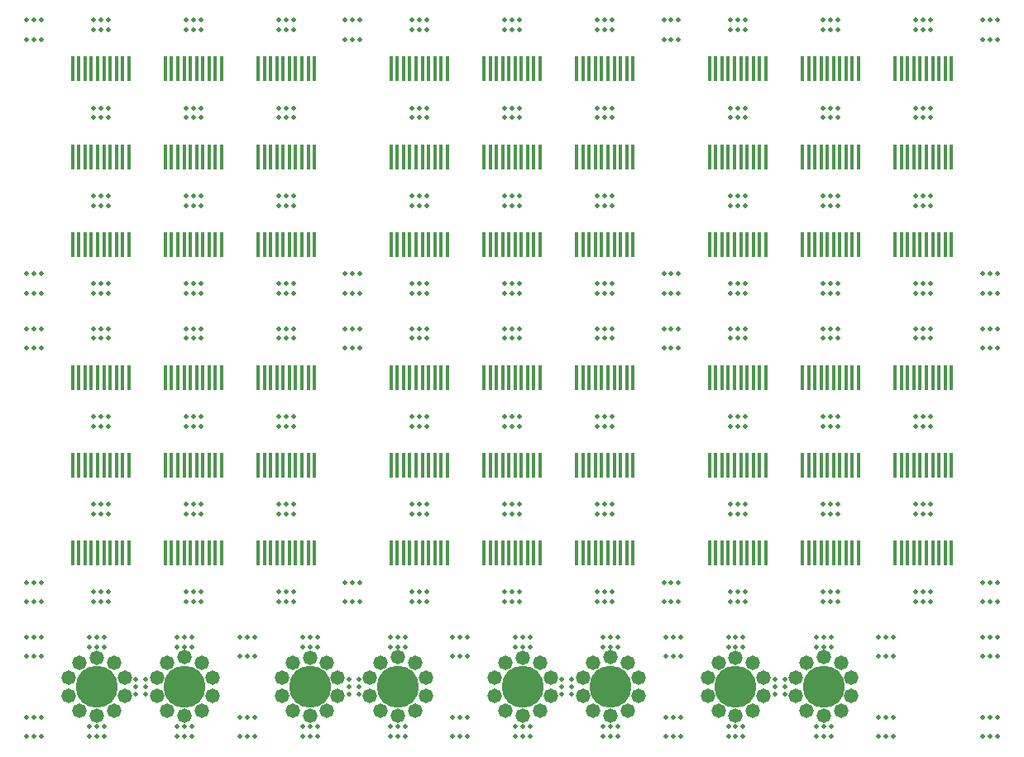
<source format=gbs>
G04 #@! TF.GenerationSoftware,KiCad,Pcbnew,7.0.11*
G04 #@! TF.CreationDate,2024-05-30T18:22:35+10:00*
G04 #@! TF.ProjectId,PercPlugPanel_v1.02,50657263-506c-4756-9750-616e656c5f76,rev?*
G04 #@! TF.SameCoordinates,Original*
G04 #@! TF.FileFunction,Soldermask,Bot*
G04 #@! TF.FilePolarity,Negative*
%FSLAX46Y46*%
G04 Gerber Fmt 4.6, Leading zero omitted, Abs format (unit mm)*
G04 Created by KiCad (PCBNEW 7.0.11) date 2024-05-30 18:22:35*
%MOMM*%
%LPD*%
G01*
G04 APERTURE LIST*
%ADD10C,4.303200*%
%ADD11C,1.473200*%
%ADD12C,0.500000*%
%ADD13R,0.406400X2.540000*%
G04 APERTURE END LIST*
D10*
X134002058Y-119295247D03*
X125004521Y-119299997D03*
X112202058Y-119295247D03*
X103204521Y-119299997D03*
X90402058Y-119295247D03*
X81404521Y-119299997D03*
D11*
X87548890Y-120222297D03*
X88638705Y-121722297D03*
X90402058Y-122295247D03*
X92165411Y-121722297D03*
X93255226Y-120222297D03*
X93255226Y-118368197D03*
X92165411Y-116868197D03*
X90402058Y-116295247D03*
X88638705Y-116868197D03*
X87548890Y-118368197D03*
D10*
X68602058Y-119295247D03*
D11*
X62457689Y-118372947D03*
X61367874Y-116872947D03*
X59604521Y-116299997D03*
X57841168Y-116872947D03*
X56751353Y-118372947D03*
X56751353Y-120227047D03*
X57841168Y-121727047D03*
X59604521Y-122299997D03*
X61367874Y-121727047D03*
X62457689Y-120227047D03*
D10*
X59604521Y-119299997D03*
D12*
X78239999Y-101600000D03*
X78239999Y-100600000D03*
X79759999Y-101600000D03*
X78999999Y-100600000D03*
X78999999Y-101600000D03*
X79759999Y-100600000D03*
X102099999Y-110600000D03*
X102859999Y-109600000D03*
X102099999Y-109600000D03*
X101339999Y-109600000D03*
X101339999Y-110600000D03*
X102859999Y-110600000D03*
X125200000Y-109600000D03*
X125960000Y-109600000D03*
X125200000Y-110600000D03*
X124440000Y-110600000D03*
X124440000Y-109600000D03*
X125960000Y-110600000D03*
X68602053Y-123395244D03*
X69362053Y-124395244D03*
X67842053Y-124395244D03*
X68602053Y-124395244D03*
X69362053Y-123395244D03*
X67842053Y-123395244D03*
X96040000Y-124400000D03*
X96040000Y-122400000D03*
X97560000Y-124400000D03*
X96800000Y-124400000D03*
X97560000Y-122400000D03*
X96800000Y-122400000D03*
X112359999Y-61000000D03*
X112359999Y-60000000D03*
X110839999Y-61000000D03*
X111599999Y-60000000D03*
X110839999Y-60000000D03*
X111599999Y-61000000D03*
X69499999Y-52000000D03*
X70259999Y-51000000D03*
X68739999Y-52000000D03*
X68739999Y-51000000D03*
X69499999Y-51000000D03*
X70259999Y-52000000D03*
X90402053Y-114195244D03*
X91162053Y-115195244D03*
X90402053Y-115195244D03*
X91162053Y-114195244D03*
X89642053Y-114195244D03*
X89642053Y-115195244D03*
X59240000Y-83600000D03*
X60760000Y-82600000D03*
X60000000Y-83600000D03*
X60000000Y-82600000D03*
X60760000Y-83600000D03*
X59240000Y-82600000D03*
X78999999Y-109600000D03*
X78239999Y-110600000D03*
X79759999Y-109600000D03*
X78239999Y-109600000D03*
X79759999Y-110600000D03*
X78999999Y-110600000D03*
X68739999Y-60000000D03*
X70259999Y-60000000D03*
X68739999Y-61000000D03*
X69499999Y-60000000D03*
X69499999Y-61000000D03*
X70259999Y-61000000D03*
X75760000Y-114200000D03*
X75000000Y-116200000D03*
X74240000Y-114200000D03*
X75760000Y-116200000D03*
X74240000Y-116200000D03*
X75000000Y-114200000D03*
X133939999Y-92600000D03*
X134699999Y-92600000D03*
X134699999Y-91600000D03*
X135459999Y-91600000D03*
X133939999Y-91600000D03*
X135459999Y-92600000D03*
X144199999Y-70000000D03*
X144959999Y-70000000D03*
X143439999Y-69000000D03*
X143439999Y-70000000D03*
X144199999Y-69000000D03*
X144959999Y-69000000D03*
X125200000Y-100600000D03*
X124440000Y-101600000D03*
X125200000Y-101600000D03*
X125960000Y-101600000D03*
X125960000Y-100600000D03*
X124440000Y-100600000D03*
X85404526Y-118540000D03*
X86404526Y-118540000D03*
X85404526Y-120060000D03*
X86404526Y-120060000D03*
X86404526Y-119300000D03*
X85404526Y-119300000D03*
X110839999Y-70000000D03*
X112359999Y-70000000D03*
X111599999Y-69000000D03*
X111599999Y-70000000D03*
X112359999Y-69000000D03*
X110839999Y-69000000D03*
X144199999Y-92600000D03*
X144199999Y-91600000D03*
X143439999Y-91600000D03*
X144959999Y-92600000D03*
X143439999Y-92600000D03*
X144959999Y-91600000D03*
X133939999Y-79000000D03*
X133939999Y-78000000D03*
X135459999Y-79000000D03*
X135459999Y-78000000D03*
X134699999Y-79000000D03*
X134699999Y-78000000D03*
X79759999Y-60000000D03*
X79759999Y-61000000D03*
X78239999Y-60000000D03*
X78999999Y-60000000D03*
X78239999Y-61000000D03*
X78999999Y-61000000D03*
X70259999Y-92600000D03*
X69499999Y-91600000D03*
X68739999Y-92600000D03*
X70259999Y-91600000D03*
X69499999Y-92600000D03*
X68739999Y-91600000D03*
D11*
X127857689Y-118372947D03*
X126767874Y-116872947D03*
X125004521Y-116299997D03*
X123241168Y-116872947D03*
X122151353Y-118372947D03*
X122151353Y-120227047D03*
X123241168Y-121727047D03*
X125004521Y-122299997D03*
X126767874Y-121727047D03*
X127857689Y-120227047D03*
D12*
X144199999Y-52000000D03*
X143439999Y-51000000D03*
X144959999Y-51000000D03*
X143439999Y-52000000D03*
X144199999Y-51000000D03*
X144959999Y-52000000D03*
X60000000Y-92600000D03*
X60760000Y-91600000D03*
X59240000Y-92600000D03*
X60000000Y-91600000D03*
X60760000Y-92600000D03*
X59240000Y-91600000D03*
X103964526Y-115200000D03*
X102444526Y-115200000D03*
X103964526Y-114200000D03*
X103204526Y-114200000D03*
X102444526Y-114200000D03*
X103204526Y-115200000D03*
X135459999Y-101600000D03*
X133939999Y-101600000D03*
X134699999Y-100600000D03*
X135459999Y-100600000D03*
X133939999Y-100600000D03*
X134699999Y-101600000D03*
X91840000Y-79000000D03*
X92600000Y-79000000D03*
X93360000Y-79000000D03*
X93360000Y-78000000D03*
X91840000Y-78000000D03*
X92600000Y-78000000D03*
X78999999Y-91600000D03*
X79759999Y-92600000D03*
X79759999Y-91600000D03*
X78999999Y-92600000D03*
X78239999Y-91600000D03*
X78239999Y-92600000D03*
X70259999Y-101600000D03*
X69499999Y-100600000D03*
X68739999Y-101600000D03*
X70259999Y-100600000D03*
X69499999Y-101600000D03*
X68739999Y-100600000D03*
D11*
X106057689Y-118372947D03*
X104967874Y-116872947D03*
X103204521Y-116299997D03*
X101441168Y-116872947D03*
X100351353Y-118372947D03*
X100351353Y-120227047D03*
X101441168Y-121727047D03*
X103204521Y-122299997D03*
X104967874Y-121727047D03*
X106057689Y-120227047D03*
D12*
X102859999Y-79000000D03*
X101339999Y-78000000D03*
X101339999Y-79000000D03*
X102859999Y-78000000D03*
X102099999Y-78000000D03*
X102099999Y-79000000D03*
X69499999Y-69000000D03*
X70259999Y-70000000D03*
X68739999Y-69000000D03*
X68739999Y-70000000D03*
X70259999Y-69000000D03*
X69499999Y-70000000D03*
X111599999Y-83600000D03*
X111599999Y-82600000D03*
X110839999Y-83600000D03*
X112359999Y-83600000D03*
X110839999Y-82600000D03*
X112359999Y-82600000D03*
X112359999Y-92600000D03*
X112359999Y-91600000D03*
X111599999Y-91600000D03*
X110839999Y-91600000D03*
X110839999Y-92600000D03*
X111599999Y-92600000D03*
X91840000Y-60000000D03*
X93360000Y-60000000D03*
X92600000Y-60000000D03*
X93360000Y-61000000D03*
X92600000Y-61000000D03*
X91840000Y-61000000D03*
X93360000Y-100600000D03*
X92600000Y-101600000D03*
X93360000Y-101600000D03*
X92600000Y-100600000D03*
X91840000Y-101600000D03*
X91840000Y-100600000D03*
X144199999Y-82600000D03*
X143439999Y-82600000D03*
X143439999Y-83600000D03*
X144959999Y-82600000D03*
X144959999Y-83600000D03*
X144199999Y-83600000D03*
X60364526Y-123400000D03*
X58844526Y-123400000D03*
X60364526Y-124400000D03*
X59604526Y-123400000D03*
X59604526Y-124400000D03*
X58844526Y-124400000D03*
X117640000Y-53000000D03*
X118400000Y-53000000D03*
X118400000Y-51000000D03*
X117640000Y-51000000D03*
X119160000Y-53000000D03*
X119160000Y-51000000D03*
X125960000Y-91600000D03*
X124440000Y-92600000D03*
X125960000Y-92600000D03*
X125200000Y-91600000D03*
X125200000Y-92600000D03*
X124440000Y-91600000D03*
X119360000Y-114200000D03*
X119360000Y-116200000D03*
X117840000Y-114200000D03*
X117840000Y-116200000D03*
X118600000Y-116200000D03*
X118600000Y-114200000D03*
D11*
X131148890Y-120222297D03*
X132238705Y-121722297D03*
X134002058Y-122295247D03*
X135765411Y-121722297D03*
X136855226Y-120222297D03*
X136855226Y-118368197D03*
X135765411Y-116868197D03*
X134002058Y-116295247D03*
X132238705Y-116868197D03*
X131148890Y-118368197D03*
D12*
X69362053Y-115195244D03*
X68602053Y-114195244D03*
X69362053Y-114195244D03*
X68602053Y-115195244D03*
X67842053Y-115195244D03*
X67842053Y-114195244D03*
X60760000Y-101600000D03*
X59240000Y-100600000D03*
X60000000Y-101600000D03*
X60000000Y-100600000D03*
X60760000Y-100600000D03*
X59240000Y-101600000D03*
X78239999Y-78000000D03*
X78999999Y-78000000D03*
X79759999Y-79000000D03*
X78239999Y-79000000D03*
X79759999Y-78000000D03*
X78999999Y-79000000D03*
X59240000Y-70000000D03*
X60760000Y-69000000D03*
X60000000Y-70000000D03*
X59240000Y-69000000D03*
X60000000Y-69000000D03*
X60760000Y-70000000D03*
X78999999Y-70000000D03*
X79759999Y-70000000D03*
X79759999Y-69000000D03*
X78999999Y-69000000D03*
X78239999Y-70000000D03*
X78239999Y-69000000D03*
X125200000Y-61000000D03*
X125960000Y-61000000D03*
X124440000Y-61000000D03*
X125200000Y-60000000D03*
X125960000Y-60000000D03*
X124440000Y-60000000D03*
X124244526Y-114200000D03*
X125764526Y-114200000D03*
X125764526Y-115200000D03*
X125004526Y-114200000D03*
X124244526Y-115200000D03*
X125004526Y-115200000D03*
X52440000Y-82600000D03*
X52440000Y-84600000D03*
X53960000Y-82600000D03*
X53200000Y-84600000D03*
X53200000Y-82600000D03*
X53960000Y-84600000D03*
X150240000Y-53000000D03*
X151760000Y-53000000D03*
X150240000Y-51000000D03*
X151000000Y-51000000D03*
X151000000Y-53000000D03*
X151760000Y-51000000D03*
X133939999Y-69000000D03*
X134699999Y-69000000D03*
X134699999Y-70000000D03*
X135459999Y-69000000D03*
X135459999Y-70000000D03*
X133939999Y-70000000D03*
X102859999Y-83600000D03*
X102099999Y-82600000D03*
X102099999Y-83600000D03*
X101339999Y-82600000D03*
X102859999Y-82600000D03*
X101339999Y-83600000D03*
X64604526Y-120060000D03*
X63604526Y-120060000D03*
X64604526Y-119300000D03*
X64604526Y-118540000D03*
X63604526Y-118540000D03*
X63604526Y-119300000D03*
D11*
X84257689Y-118372947D03*
X83167874Y-116872947D03*
X81404521Y-116299997D03*
X79641168Y-116872947D03*
X78551353Y-118372947D03*
X78551353Y-120227047D03*
X79641168Y-121727047D03*
X81404521Y-122299997D03*
X83167874Y-121727047D03*
X84257689Y-120227047D03*
D12*
X133939999Y-83600000D03*
X135459999Y-82600000D03*
X135459999Y-83600000D03*
X134699999Y-82600000D03*
X134699999Y-83600000D03*
X133939999Y-82600000D03*
X53960000Y-79000000D03*
X53200000Y-79000000D03*
X53960000Y-77000000D03*
X52440000Y-79000000D03*
X52440000Y-77000000D03*
X53200000Y-77000000D03*
X112359999Y-51000000D03*
X110839999Y-51000000D03*
X112359999Y-52000000D03*
X110839999Y-52000000D03*
X111599999Y-52000000D03*
X111599999Y-51000000D03*
X93360000Y-69000000D03*
X91840000Y-70000000D03*
X92600000Y-69000000D03*
X91840000Y-69000000D03*
X93360000Y-70000000D03*
X92600000Y-70000000D03*
X68739999Y-109600000D03*
X70259999Y-109600000D03*
X70259999Y-110600000D03*
X69499999Y-109600000D03*
X69499999Y-110600000D03*
X68739999Y-110600000D03*
X60000000Y-78000000D03*
X60760000Y-78000000D03*
X59240000Y-79000000D03*
X60000000Y-79000000D03*
X59240000Y-78000000D03*
X60760000Y-79000000D03*
X110839999Y-110600000D03*
X111599999Y-109600000D03*
X111599999Y-110600000D03*
X112359999Y-109600000D03*
X112359999Y-110600000D03*
X110839999Y-109600000D03*
X112202053Y-124395244D03*
X112962053Y-123395244D03*
X112962053Y-124395244D03*
X112202053Y-123395244D03*
X111442053Y-123395244D03*
X111442053Y-124395244D03*
X69499999Y-79000000D03*
X70259999Y-78000000D03*
X68739999Y-79000000D03*
X70259999Y-79000000D03*
X68739999Y-78000000D03*
X69499999Y-78000000D03*
X135459999Y-110600000D03*
X134699999Y-110600000D03*
X134699999Y-109600000D03*
X133939999Y-110600000D03*
X135459999Y-109600000D03*
X133939999Y-109600000D03*
X144959999Y-100600000D03*
X144199999Y-100600000D03*
X144199999Y-101600000D03*
X143439999Y-101600000D03*
X144959999Y-101600000D03*
X143439999Y-100600000D03*
X103964526Y-124400000D03*
X102444526Y-124400000D03*
X103204526Y-124400000D03*
X103964526Y-123400000D03*
X103204526Y-123400000D03*
X102444526Y-123400000D03*
X151760000Y-82600000D03*
X151000000Y-84600000D03*
X150240000Y-84600000D03*
X151000000Y-82600000D03*
X151760000Y-84600000D03*
X150240000Y-82600000D03*
X59240000Y-52000000D03*
X60760000Y-51000000D03*
X60760000Y-52000000D03*
X60000000Y-51000000D03*
X60000000Y-52000000D03*
X59240000Y-51000000D03*
X151000000Y-116200000D03*
X151760000Y-114200000D03*
X151000000Y-114200000D03*
X150240000Y-114200000D03*
X151760000Y-116200000D03*
X150240000Y-116200000D03*
X102099999Y-91600000D03*
X102859999Y-92600000D03*
X102859999Y-91600000D03*
X101339999Y-91600000D03*
X101339999Y-92600000D03*
X102099999Y-92600000D03*
X86560000Y-51000000D03*
X85800000Y-51000000D03*
X86560000Y-53000000D03*
X85040000Y-53000000D03*
X85040000Y-51000000D03*
X85800000Y-53000000D03*
X125200000Y-70000000D03*
X124440000Y-69000000D03*
X125200000Y-69000000D03*
X125960000Y-69000000D03*
X125960000Y-70000000D03*
X124440000Y-70000000D03*
X134762053Y-124395244D03*
X133242053Y-124395244D03*
X134002053Y-123395244D03*
X134002053Y-124395244D03*
X133242053Y-123395244D03*
X134762053Y-123395244D03*
X101339999Y-52000000D03*
X102859999Y-52000000D03*
X102859999Y-51000000D03*
X102099999Y-52000000D03*
X102099999Y-51000000D03*
X101339999Y-51000000D03*
X85040000Y-108600000D03*
X86560000Y-108600000D03*
X85800000Y-110600000D03*
X86560000Y-110600000D03*
X85040000Y-110600000D03*
X85800000Y-108600000D03*
X151760000Y-110600000D03*
X150240000Y-110600000D03*
X151760000Y-108600000D03*
X151000000Y-110600000D03*
X150240000Y-108600000D03*
X151000000Y-108600000D03*
X134699999Y-51000000D03*
X135459999Y-51000000D03*
X133939999Y-51000000D03*
X135459999Y-52000000D03*
X133939999Y-52000000D03*
X134699999Y-52000000D03*
X130004526Y-120060000D03*
X130004526Y-118540000D03*
X129004526Y-118540000D03*
X129004526Y-119300000D03*
X130004526Y-119300000D03*
X129004526Y-120060000D03*
X125764526Y-124400000D03*
X125004526Y-123400000D03*
X124244526Y-123400000D03*
X124244526Y-124400000D03*
X125004526Y-124400000D03*
X125764526Y-123400000D03*
X150240000Y-122400000D03*
X151760000Y-124400000D03*
X151000000Y-122400000D03*
X150240000Y-124400000D03*
X151760000Y-122400000D03*
X151000000Y-124400000D03*
X53960000Y-124400000D03*
X53200000Y-124400000D03*
X52440000Y-122400000D03*
X52440000Y-124400000D03*
X53200000Y-122400000D03*
X53960000Y-122400000D03*
X144199999Y-60000000D03*
X143439999Y-61000000D03*
X143439999Y-60000000D03*
X144959999Y-61000000D03*
X144199999Y-61000000D03*
X144959999Y-60000000D03*
X134699999Y-61000000D03*
X135459999Y-60000000D03*
X133939999Y-60000000D03*
X134699999Y-60000000D03*
X133939999Y-61000000D03*
X135459999Y-61000000D03*
X85800000Y-82600000D03*
X85800000Y-84600000D03*
X86560000Y-84600000D03*
X86560000Y-82600000D03*
X85040000Y-84600000D03*
X85040000Y-82600000D03*
X141160000Y-122400000D03*
X141160000Y-124400000D03*
X139640000Y-122400000D03*
X139640000Y-124400000D03*
X140400000Y-122400000D03*
X140400000Y-124400000D03*
X110839999Y-79000000D03*
X110839999Y-78000000D03*
X111599999Y-79000000D03*
X112359999Y-79000000D03*
X112359999Y-78000000D03*
X111599999Y-78000000D03*
X89642053Y-123395244D03*
X90402053Y-124395244D03*
X91162053Y-123395244D03*
X89642053Y-124395244D03*
X91162053Y-124395244D03*
X90402053Y-123395244D03*
X125200000Y-79000000D03*
X125200000Y-78000000D03*
X125960000Y-78000000D03*
X125960000Y-79000000D03*
X124440000Y-79000000D03*
X124440000Y-78000000D03*
X110839999Y-101600000D03*
X110839999Y-100600000D03*
X112359999Y-100600000D03*
X111599999Y-101600000D03*
X112359999Y-101600000D03*
X111599999Y-100600000D03*
X80644526Y-114200000D03*
X80644526Y-115200000D03*
X82164526Y-115200000D03*
X82164526Y-114200000D03*
X81404526Y-114200000D03*
X81404526Y-115200000D03*
X70259999Y-82600000D03*
X68739999Y-82600000D03*
X69499999Y-83600000D03*
X68739999Y-83600000D03*
X70259999Y-83600000D03*
X69499999Y-82600000D03*
X111442053Y-115195244D03*
X112202053Y-115195244D03*
X111442053Y-114195244D03*
X112202053Y-114195244D03*
X112962053Y-115195244D03*
X112962053Y-114195244D03*
X118400000Y-77000000D03*
X117640000Y-79000000D03*
X117640000Y-77000000D03*
X119160000Y-79000000D03*
X118400000Y-79000000D03*
X119160000Y-77000000D03*
X101339999Y-100600000D03*
X102099999Y-101600000D03*
X101339999Y-101600000D03*
X102859999Y-100600000D03*
X102859999Y-101600000D03*
X102099999Y-100600000D03*
X150240000Y-77000000D03*
X151760000Y-77000000D03*
X150240000Y-79000000D03*
X151000000Y-79000000D03*
X151000000Y-77000000D03*
X151760000Y-79000000D03*
X108204526Y-118540000D03*
X107204526Y-119300000D03*
X107204526Y-118540000D03*
X108204526Y-119300000D03*
X108204526Y-120060000D03*
X107204526Y-120060000D03*
X140400000Y-116200000D03*
X139640000Y-114200000D03*
X141160000Y-116200000D03*
X139640000Y-116200000D03*
X141160000Y-114200000D03*
X140400000Y-114200000D03*
X85040000Y-77000000D03*
X86560000Y-77000000D03*
X85800000Y-79000000D03*
X86560000Y-79000000D03*
X85040000Y-79000000D03*
X85800000Y-77000000D03*
D11*
X65748890Y-120222297D03*
X66838705Y-121722297D03*
X68602058Y-122295247D03*
X70365411Y-121722297D03*
X71455226Y-120222297D03*
X71455226Y-118368197D03*
X70365411Y-116868197D03*
X68602058Y-116295247D03*
X66838705Y-116868197D03*
X65748890Y-118368197D03*
D12*
X144959999Y-109600000D03*
X144199999Y-109600000D03*
X143439999Y-110600000D03*
X143439999Y-109600000D03*
X144959999Y-110600000D03*
X144199999Y-110600000D03*
X93360000Y-110600000D03*
X93360000Y-109600000D03*
X92600000Y-109600000D03*
X91840000Y-109600000D03*
X92600000Y-110600000D03*
X91840000Y-110600000D03*
X101339999Y-69000000D03*
X102099999Y-69000000D03*
X102099999Y-70000000D03*
X101339999Y-70000000D03*
X102859999Y-69000000D03*
X102859999Y-70000000D03*
X80644526Y-123400000D03*
X81404526Y-124400000D03*
X80644526Y-124400000D03*
X82164526Y-124400000D03*
X81404526Y-123400000D03*
X82164526Y-123400000D03*
X118400000Y-82600000D03*
X119160000Y-82600000D03*
X119160000Y-84600000D03*
X117640000Y-82600000D03*
X117640000Y-84600000D03*
X118400000Y-84600000D03*
X53200000Y-51000000D03*
X53200000Y-53000000D03*
X53960000Y-53000000D03*
X52440000Y-53000000D03*
X53960000Y-51000000D03*
X52440000Y-51000000D03*
X119360000Y-124400000D03*
X119360000Y-122400000D03*
X118600000Y-124400000D03*
X117840000Y-122400000D03*
X117840000Y-124400000D03*
X118600000Y-122400000D03*
X101339999Y-61000000D03*
X102099999Y-61000000D03*
X102099999Y-60000000D03*
X102859999Y-61000000D03*
X101339999Y-60000000D03*
X102859999Y-60000000D03*
X91840000Y-51000000D03*
X93360000Y-51000000D03*
X93360000Y-52000000D03*
X92600000Y-51000000D03*
X91840000Y-52000000D03*
X92600000Y-52000000D03*
D11*
X109348890Y-120222297D03*
X110438705Y-121722297D03*
X112202058Y-122295247D03*
X113965411Y-121722297D03*
X115055226Y-120222297D03*
X115055226Y-118368197D03*
X113965411Y-116868197D03*
X112202058Y-116295247D03*
X110438705Y-116868197D03*
X109348890Y-118368197D03*
D12*
X60760000Y-110600000D03*
X59240000Y-110600000D03*
X60000000Y-109600000D03*
X59240000Y-109600000D03*
X60760000Y-109600000D03*
X60000000Y-110600000D03*
X52440000Y-108600000D03*
X53200000Y-108600000D03*
X52440000Y-110600000D03*
X53960000Y-110600000D03*
X53200000Y-110600000D03*
X53960000Y-108600000D03*
X53200000Y-114200000D03*
X52440000Y-116200000D03*
X52440000Y-114200000D03*
X53200000Y-116200000D03*
X53960000Y-116200000D03*
X53960000Y-114200000D03*
X125200000Y-52000000D03*
X125960000Y-51000000D03*
X125200000Y-51000000D03*
X125960000Y-52000000D03*
X124440000Y-52000000D03*
X124440000Y-51000000D03*
X93360000Y-83600000D03*
X91840000Y-83600000D03*
X91840000Y-82600000D03*
X93360000Y-82600000D03*
X92600000Y-82600000D03*
X92600000Y-83600000D03*
X96040000Y-114200000D03*
X97560000Y-114200000D03*
X96800000Y-114200000D03*
X97560000Y-116200000D03*
X96040000Y-116200000D03*
X96800000Y-116200000D03*
X79759999Y-82600000D03*
X78239999Y-82600000D03*
X78239999Y-83600000D03*
X79759999Y-83600000D03*
X78999999Y-82600000D03*
X78999999Y-83600000D03*
X92600000Y-92600000D03*
X91840000Y-92600000D03*
X91840000Y-91600000D03*
X93360000Y-91600000D03*
X92600000Y-91600000D03*
X93360000Y-92600000D03*
X60000000Y-60000000D03*
X59240000Y-60000000D03*
X60000000Y-61000000D03*
X60760000Y-60000000D03*
X59240000Y-61000000D03*
X60760000Y-61000000D03*
X133242053Y-115195244D03*
X134762053Y-114195244D03*
X134762053Y-115195244D03*
X134002053Y-114195244D03*
X133242053Y-114195244D03*
X134002053Y-115195244D03*
X59604526Y-115200000D03*
X58844526Y-114200000D03*
X59604526Y-114200000D03*
X60364526Y-114200000D03*
X58844526Y-115200000D03*
X60364526Y-115200000D03*
X75000000Y-122400000D03*
X74240000Y-122400000D03*
X75760000Y-122400000D03*
X74240000Y-124400000D03*
X75760000Y-124400000D03*
X75000000Y-124400000D03*
X119160000Y-108600000D03*
X118400000Y-110600000D03*
X117640000Y-108600000D03*
X117640000Y-110600000D03*
X118400000Y-108600000D03*
X119160000Y-110600000D03*
X78239999Y-51000000D03*
X78999999Y-51000000D03*
X78239999Y-52000000D03*
X78999999Y-52000000D03*
X79759999Y-51000000D03*
X79759999Y-52000000D03*
X124440000Y-83600000D03*
X125960000Y-82600000D03*
X124440000Y-82600000D03*
X125200000Y-82600000D03*
X125200000Y-83600000D03*
X125960000Y-83600000D03*
X143439999Y-78000000D03*
X144959999Y-79000000D03*
X144199999Y-79000000D03*
X143439999Y-79000000D03*
X144959999Y-78000000D03*
X144199999Y-78000000D03*
D13*
X99220000Y-87600000D03*
X99860000Y-87600000D03*
X100500000Y-87600000D03*
X101140000Y-87600000D03*
X101780000Y-87600000D03*
X102420000Y-87600000D03*
X103060000Y-87600000D03*
X103700000Y-87600000D03*
X104340000Y-87600000D03*
X104980000Y-87600000D03*
X66620000Y-105600000D03*
X67260000Y-105600000D03*
X67900000Y-105600000D03*
X68540000Y-105600000D03*
X69180000Y-105600000D03*
X69820000Y-105600000D03*
X70460000Y-105600000D03*
X71100000Y-105600000D03*
X71740000Y-105600000D03*
X72380000Y-105600000D03*
X141320000Y-74000000D03*
X141960000Y-74000000D03*
X142600000Y-74000000D03*
X143240000Y-74000000D03*
X143880000Y-74000000D03*
X144520000Y-74000000D03*
X145160000Y-74000000D03*
X145800000Y-74000000D03*
X146440000Y-74000000D03*
X147080000Y-74000000D03*
X76120000Y-65000000D03*
X76760000Y-65000000D03*
X77400000Y-65000000D03*
X78040000Y-65000000D03*
X78680000Y-65000000D03*
X79320000Y-65000000D03*
X79960000Y-65000000D03*
X80600000Y-65000000D03*
X81240000Y-65000000D03*
X81880000Y-65000000D03*
X141320000Y-96600000D03*
X141960000Y-96600000D03*
X142600000Y-96600000D03*
X143240000Y-96600000D03*
X143880000Y-96600000D03*
X144520000Y-96600000D03*
X145160000Y-96600000D03*
X145800000Y-96600000D03*
X146440000Y-96600000D03*
X147080000Y-96600000D03*
X89720001Y-65000000D03*
X90360001Y-65000000D03*
X91000001Y-65000000D03*
X91640001Y-65000000D03*
X92280001Y-65000000D03*
X92920001Y-65000000D03*
X93560001Y-65000000D03*
X94200001Y-65000000D03*
X94840001Y-65000000D03*
X95480001Y-65000000D03*
X108720000Y-96600000D03*
X109360000Y-96600000D03*
X110000000Y-96600000D03*
X110640000Y-96600000D03*
X111280000Y-96600000D03*
X111920000Y-96600000D03*
X112560000Y-96600000D03*
X113200000Y-96600000D03*
X113840000Y-96600000D03*
X114480000Y-96600000D03*
X122320001Y-65000000D03*
X122960001Y-65000000D03*
X123600001Y-65000000D03*
X124240001Y-65000000D03*
X124880001Y-65000000D03*
X125520001Y-65000000D03*
X126160001Y-65000000D03*
X126800001Y-65000000D03*
X127440001Y-65000000D03*
X128080001Y-65000000D03*
X76120000Y-74000000D03*
X76760000Y-74000000D03*
X77400000Y-74000000D03*
X78040000Y-74000000D03*
X78680000Y-74000000D03*
X79320000Y-74000000D03*
X79960000Y-74000000D03*
X80600000Y-74000000D03*
X81240000Y-74000000D03*
X81880000Y-74000000D03*
X131820000Y-96600000D03*
X132460000Y-96600000D03*
X133100000Y-96600000D03*
X133740000Y-96600000D03*
X134380000Y-96600000D03*
X135020000Y-96600000D03*
X135660000Y-96600000D03*
X136300000Y-96600000D03*
X136940000Y-96600000D03*
X137580000Y-96600000D03*
X89720001Y-74000000D03*
X90360001Y-74000000D03*
X91000001Y-74000000D03*
X91640001Y-74000000D03*
X92280001Y-74000000D03*
X92920001Y-74000000D03*
X93560001Y-74000000D03*
X94200001Y-74000000D03*
X94840001Y-74000000D03*
X95480001Y-74000000D03*
X76120000Y-56000000D03*
X76760000Y-56000000D03*
X77400000Y-56000000D03*
X78040000Y-56000000D03*
X78680000Y-56000000D03*
X79320000Y-56000000D03*
X79960000Y-56000000D03*
X80600000Y-56000000D03*
X81240000Y-56000000D03*
X81880000Y-56000000D03*
X122320001Y-96600000D03*
X122960001Y-96600000D03*
X123600001Y-96600000D03*
X124240001Y-96600000D03*
X124880001Y-96600000D03*
X125520001Y-96600000D03*
X126160001Y-96600000D03*
X126800001Y-96600000D03*
X127440001Y-96600000D03*
X128080001Y-96600000D03*
X131820000Y-74000000D03*
X132460000Y-74000000D03*
X133100000Y-74000000D03*
X133740000Y-74000000D03*
X134380000Y-74000000D03*
X135020000Y-74000000D03*
X135660000Y-74000000D03*
X136300000Y-74000000D03*
X136940000Y-74000000D03*
X137580000Y-74000000D03*
X108720000Y-105600000D03*
X109360000Y-105600000D03*
X110000000Y-105600000D03*
X110640000Y-105600000D03*
X111280000Y-105600000D03*
X111920000Y-105600000D03*
X112560000Y-105600000D03*
X113200000Y-105600000D03*
X113840000Y-105600000D03*
X114480000Y-105600000D03*
X122320001Y-87600000D03*
X122960001Y-87600000D03*
X123600001Y-87600000D03*
X124240001Y-87600000D03*
X124880001Y-87600000D03*
X125520001Y-87600000D03*
X126160001Y-87600000D03*
X126800001Y-87600000D03*
X127440001Y-87600000D03*
X128080001Y-87600000D03*
X131820000Y-87600000D03*
X132460000Y-87600000D03*
X133100000Y-87600000D03*
X133740000Y-87600000D03*
X134380000Y-87600000D03*
X135020000Y-87600000D03*
X135660000Y-87600000D03*
X136300000Y-87600000D03*
X136940000Y-87600000D03*
X137580000Y-87600000D03*
X66620000Y-96600000D03*
X67260000Y-96600000D03*
X67900000Y-96600000D03*
X68540000Y-96600000D03*
X69180000Y-96600000D03*
X69820000Y-96600000D03*
X70460000Y-96600000D03*
X71100000Y-96600000D03*
X71740000Y-96600000D03*
X72380000Y-96600000D03*
X89720001Y-105600000D03*
X90360001Y-105600000D03*
X91000001Y-105600000D03*
X91640001Y-105600000D03*
X92280001Y-105600000D03*
X92920001Y-105600000D03*
X93560001Y-105600000D03*
X94200001Y-105600000D03*
X94840001Y-105600000D03*
X95480001Y-105600000D03*
X122320001Y-56000000D03*
X122960001Y-56000000D03*
X123600001Y-56000000D03*
X124240001Y-56000000D03*
X124880001Y-56000000D03*
X125520001Y-56000000D03*
X126160001Y-56000000D03*
X126800001Y-56000000D03*
X127440001Y-56000000D03*
X128080001Y-56000000D03*
X76120000Y-87600000D03*
X76760000Y-87600000D03*
X77400000Y-87600000D03*
X78040000Y-87600000D03*
X78680000Y-87600000D03*
X79320000Y-87600000D03*
X79960000Y-87600000D03*
X80600000Y-87600000D03*
X81240000Y-87600000D03*
X81880000Y-87600000D03*
X141320000Y-56000000D03*
X141960000Y-56000000D03*
X142600000Y-56000000D03*
X143240000Y-56000000D03*
X143880000Y-56000000D03*
X144520000Y-56000000D03*
X145160000Y-56000000D03*
X145800000Y-56000000D03*
X146440000Y-56000000D03*
X147080000Y-56000000D03*
X108720000Y-74000000D03*
X109360000Y-74000000D03*
X110000000Y-74000000D03*
X110640000Y-74000000D03*
X111280000Y-74000000D03*
X111920000Y-74000000D03*
X112560000Y-74000000D03*
X113200000Y-74000000D03*
X113840000Y-74000000D03*
X114480000Y-74000000D03*
X99220000Y-96600000D03*
X99860000Y-96600000D03*
X100500000Y-96600000D03*
X101140000Y-96600000D03*
X101780000Y-96600000D03*
X102420000Y-96600000D03*
X103060000Y-96600000D03*
X103700000Y-96600000D03*
X104340000Y-96600000D03*
X104980000Y-96600000D03*
X76120000Y-96600000D03*
X76760000Y-96600000D03*
X77400000Y-96600000D03*
X78040000Y-96600000D03*
X78680000Y-96600000D03*
X79320000Y-96600000D03*
X79960000Y-96600000D03*
X80600000Y-96600000D03*
X81240000Y-96600000D03*
X81880000Y-96600000D03*
X108720000Y-87600000D03*
X109360000Y-87600000D03*
X110000000Y-87600000D03*
X110640000Y-87600000D03*
X111280000Y-87600000D03*
X111920000Y-87600000D03*
X112560000Y-87600000D03*
X113200000Y-87600000D03*
X113840000Y-87600000D03*
X114480000Y-87600000D03*
X66620000Y-87600000D03*
X67260000Y-87600000D03*
X67900000Y-87600000D03*
X68540000Y-87600000D03*
X69180000Y-87600000D03*
X69820000Y-87600000D03*
X70460000Y-87600000D03*
X71100000Y-87600000D03*
X71740000Y-87600000D03*
X72380000Y-87600000D03*
X141320000Y-105600000D03*
X141960000Y-105600000D03*
X142600000Y-105600000D03*
X143240000Y-105600000D03*
X143880000Y-105600000D03*
X144520000Y-105600000D03*
X145160000Y-105600000D03*
X145800000Y-105600000D03*
X146440000Y-105600000D03*
X147080000Y-105600000D03*
X141320000Y-65000000D03*
X141960000Y-65000000D03*
X142600000Y-65000000D03*
X143240000Y-65000000D03*
X143880000Y-65000000D03*
X144520000Y-65000000D03*
X145160000Y-65000000D03*
X145800000Y-65000000D03*
X146440000Y-65000000D03*
X147080000Y-65000000D03*
X89720001Y-87600000D03*
X90360001Y-87600000D03*
X91000001Y-87600000D03*
X91640001Y-87600000D03*
X92280001Y-87600000D03*
X92920001Y-87600000D03*
X93560001Y-87600000D03*
X94200001Y-87600000D03*
X94840001Y-87600000D03*
X95480001Y-87600000D03*
X57120001Y-65000000D03*
X57760001Y-65000000D03*
X58400001Y-65000000D03*
X59040001Y-65000000D03*
X59680001Y-65000000D03*
X60320001Y-65000000D03*
X60960001Y-65000000D03*
X61600001Y-65000000D03*
X62240001Y-65000000D03*
X62880001Y-65000000D03*
X89720001Y-96600000D03*
X90360001Y-96600000D03*
X91000001Y-96600000D03*
X91640001Y-96600000D03*
X92280001Y-96600000D03*
X92920001Y-96600000D03*
X93560001Y-96600000D03*
X94200001Y-96600000D03*
X94840001Y-96600000D03*
X95480001Y-96600000D03*
X131820000Y-65000000D03*
X132460000Y-65000000D03*
X133100000Y-65000000D03*
X133740000Y-65000000D03*
X134380000Y-65000000D03*
X135020000Y-65000000D03*
X135660000Y-65000000D03*
X136300000Y-65000000D03*
X136940000Y-65000000D03*
X137580000Y-65000000D03*
X57120001Y-56000000D03*
X57760001Y-56000000D03*
X58400001Y-56000000D03*
X59040001Y-56000000D03*
X59680001Y-56000000D03*
X60320001Y-56000000D03*
X60960001Y-56000000D03*
X61600001Y-56000000D03*
X62240001Y-56000000D03*
X62880001Y-56000000D03*
X57120001Y-87600000D03*
X57760001Y-87600000D03*
X58400001Y-87600000D03*
X59040001Y-87600000D03*
X59680001Y-87600000D03*
X60320001Y-87600000D03*
X60960001Y-87600000D03*
X61600001Y-87600000D03*
X62240001Y-87600000D03*
X62880001Y-87600000D03*
X99220000Y-65000000D03*
X99860000Y-65000000D03*
X100500000Y-65000000D03*
X101140000Y-65000000D03*
X101780000Y-65000000D03*
X102420000Y-65000000D03*
X103060000Y-65000000D03*
X103700000Y-65000000D03*
X104340000Y-65000000D03*
X104980000Y-65000000D03*
X131820000Y-56000000D03*
X132460000Y-56000000D03*
X133100000Y-56000000D03*
X133740000Y-56000000D03*
X134380000Y-56000000D03*
X135020000Y-56000000D03*
X135660000Y-56000000D03*
X136300000Y-56000000D03*
X136940000Y-56000000D03*
X137580000Y-56000000D03*
X99220000Y-56000000D03*
X99860000Y-56000000D03*
X100500000Y-56000000D03*
X101140000Y-56000000D03*
X101780000Y-56000000D03*
X102420000Y-56000000D03*
X103060000Y-56000000D03*
X103700000Y-56000000D03*
X104340000Y-56000000D03*
X104980000Y-56000000D03*
X76120000Y-105600000D03*
X76760000Y-105600000D03*
X77400000Y-105600000D03*
X78040000Y-105600000D03*
X78680000Y-105600000D03*
X79320000Y-105600000D03*
X79960000Y-105600000D03*
X80600000Y-105600000D03*
X81240000Y-105600000D03*
X81880000Y-105600000D03*
X108720000Y-56000000D03*
X109360000Y-56000000D03*
X110000000Y-56000000D03*
X110640000Y-56000000D03*
X111280000Y-56000000D03*
X111920000Y-56000000D03*
X112560000Y-56000000D03*
X113200000Y-56000000D03*
X113840000Y-56000000D03*
X114480000Y-56000000D03*
X122320001Y-74000000D03*
X122960001Y-74000000D03*
X123600001Y-74000000D03*
X124240001Y-74000000D03*
X124880001Y-74000000D03*
X125520001Y-74000000D03*
X126160001Y-74000000D03*
X126800001Y-74000000D03*
X127440001Y-74000000D03*
X128080001Y-74000000D03*
X122320001Y-105600000D03*
X122960001Y-105600000D03*
X123600001Y-105600000D03*
X124240001Y-105600000D03*
X124880001Y-105600000D03*
X125520001Y-105600000D03*
X126160001Y-105600000D03*
X126800001Y-105600000D03*
X127440001Y-105600000D03*
X128080001Y-105600000D03*
X66620000Y-65000000D03*
X67260000Y-65000000D03*
X67900000Y-65000000D03*
X68540000Y-65000000D03*
X69180000Y-65000000D03*
X69820000Y-65000000D03*
X70460000Y-65000000D03*
X71100000Y-65000000D03*
X71740000Y-65000000D03*
X72380000Y-65000000D03*
X57120001Y-74000000D03*
X57760001Y-74000000D03*
X58400001Y-74000000D03*
X59040001Y-74000000D03*
X59680001Y-74000000D03*
X60320001Y-74000000D03*
X60960001Y-74000000D03*
X61600001Y-74000000D03*
X62240001Y-74000000D03*
X62880001Y-74000000D03*
X141320000Y-87600000D03*
X141960000Y-87600000D03*
X142600000Y-87600000D03*
X143240000Y-87600000D03*
X143880000Y-87600000D03*
X144520000Y-87600000D03*
X145160000Y-87600000D03*
X145800000Y-87600000D03*
X146440000Y-87600000D03*
X147080000Y-87600000D03*
X89720001Y-56000000D03*
X90360001Y-56000000D03*
X91000001Y-56000000D03*
X91640001Y-56000000D03*
X92280001Y-56000000D03*
X92920001Y-56000000D03*
X93560001Y-56000000D03*
X94200001Y-56000000D03*
X94840001Y-56000000D03*
X95480001Y-56000000D03*
X57120001Y-105600000D03*
X57760001Y-105600000D03*
X58400001Y-105600000D03*
X59040001Y-105600000D03*
X59680001Y-105600000D03*
X60320001Y-105600000D03*
X60960001Y-105600000D03*
X61600001Y-105600000D03*
X62240001Y-105600000D03*
X62880001Y-105600000D03*
X66620000Y-56000000D03*
X67260000Y-56000000D03*
X67900000Y-56000000D03*
X68540000Y-56000000D03*
X69180000Y-56000000D03*
X69820000Y-56000000D03*
X70460000Y-56000000D03*
X71100000Y-56000000D03*
X71740000Y-56000000D03*
X72380000Y-56000000D03*
X131820000Y-105600000D03*
X132460000Y-105600000D03*
X133100000Y-105600000D03*
X133740000Y-105600000D03*
X134380000Y-105600000D03*
X135020000Y-105600000D03*
X135660000Y-105600000D03*
X136300000Y-105600000D03*
X136940000Y-105600000D03*
X137580000Y-105600000D03*
X99220000Y-105600000D03*
X99860000Y-105600000D03*
X100500000Y-105600000D03*
X101140000Y-105600000D03*
X101780000Y-105600000D03*
X102420000Y-105600000D03*
X103060000Y-105600000D03*
X103700000Y-105600000D03*
X104340000Y-105600000D03*
X104980000Y-105600000D03*
X57120001Y-96600000D03*
X57760001Y-96600000D03*
X58400001Y-96600000D03*
X59040001Y-96600000D03*
X59680001Y-96600000D03*
X60320001Y-96600000D03*
X60960001Y-96600000D03*
X61600001Y-96600000D03*
X62240001Y-96600000D03*
X62880001Y-96600000D03*
X99220000Y-74000000D03*
X99860000Y-74000000D03*
X100500000Y-74000000D03*
X101140000Y-74000000D03*
X101780000Y-74000000D03*
X102420000Y-74000000D03*
X103060000Y-74000000D03*
X103700000Y-74000000D03*
X104340000Y-74000000D03*
X104980000Y-74000000D03*
X66620000Y-74000000D03*
X67260000Y-74000000D03*
X67900000Y-74000000D03*
X68540000Y-74000000D03*
X69180000Y-74000000D03*
X69820000Y-74000000D03*
X70460000Y-74000000D03*
X71100000Y-74000000D03*
X71740000Y-74000000D03*
X72380000Y-74000000D03*
X108720000Y-65000000D03*
X109360000Y-65000000D03*
X110000000Y-65000000D03*
X110640000Y-65000000D03*
X111280000Y-65000000D03*
X111920000Y-65000000D03*
X112560000Y-65000000D03*
X113200000Y-65000000D03*
X113840000Y-65000000D03*
X114480000Y-65000000D03*
M02*

</source>
